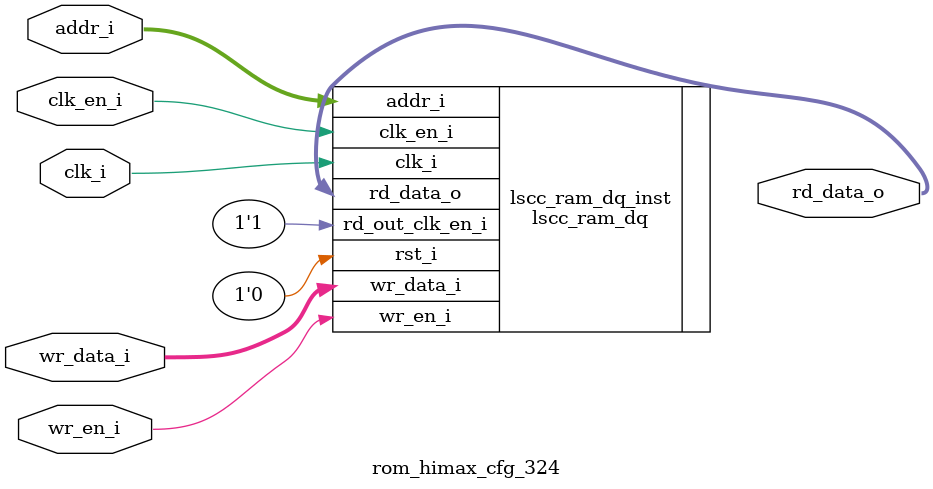
<source format=v>
/*******************************************************************************
    Verilog netlist generated by IPGEN Radiant
    Soft IP Version: 1.0.0
    Thu May 24 16:29:09 2018
*******************************************************************************/
/*******************************************************************************
    Include IP core template files.
*******************************************************************************/
`include "core/lscc_ram_dq.v"
/*******************************************************************************
    Wrapper Module generated per user settings.
*******************************************************************************/
module rom_himax_cfg_324 (clk_i, clk_en_i, wr_en_i, wr_data_i, addr_i,
    rd_data_o);
    input  clk_i;
    input  clk_en_i;
    input  wr_en_i;
    input  [15:0]  wr_data_i;
    input  [7:0]  addr_i;
    output  [15:0]  rd_data_o;
    lscc_ram_dq #(.ADDR_DEPTH(256),
        .DATA_WIDTH(16),
        .ADDR_WIDTH(8),
        .REGMODE("noreg"),
        .RESETMODE("sync"),
        .INIT_MODE("mem_file"),
        .INIT_FILE("misc/ram256x16_himax_324x324_rom_himax_cfg_324_copy.mem"),
        .INIT_FILE_FORMAT("hex"))
    lscc_ram_dq_inst(.clk_i(clk_i),
        .rst_i(1'b0),
        .clk_en_i(clk_en_i),
        .rd_out_clk_en_i(1'b1),
        .wr_en_i(wr_en_i),
        .wr_data_i(wr_data_i),
        .addr_i(addr_i),
        .rd_data_o(rd_data_o));
endmodule
</source>
